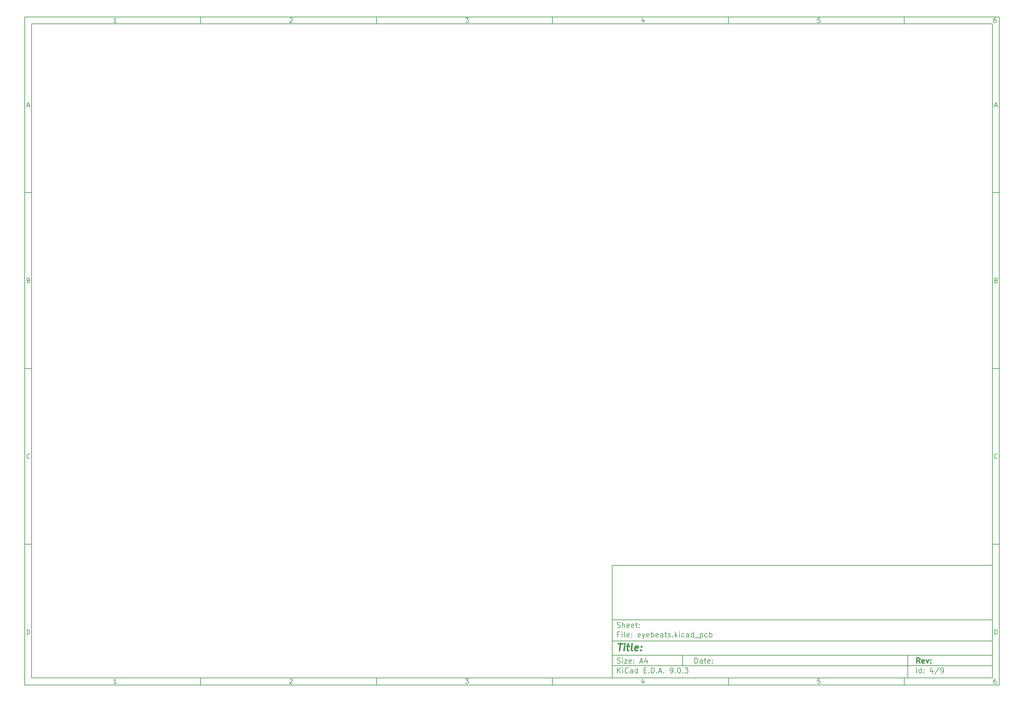
<source format=gbp>
%TF.GenerationSoftware,KiCad,Pcbnew,9.0.3*%
%TF.CreationDate,2025-08-03T00:48:55+01:00*%
%TF.ProjectId,eyebeats,65796562-6561-4747-932e-6b696361645f,rev?*%
%TF.SameCoordinates,Original*%
%TF.FileFunction,Paste,Bot*%
%TF.FilePolarity,Positive*%
%FSLAX46Y46*%
G04 Gerber Fmt 4.6, Leading zero omitted, Abs format (unit mm)*
G04 Created by KiCad (PCBNEW 9.0.3) date 2025-08-03 00:48:55*
%MOMM*%
%LPD*%
G01*
G04 APERTURE LIST*
%ADD10C,0.100000*%
%ADD11C,0.150000*%
%ADD12C,0.300000*%
%ADD13C,0.400000*%
G04 APERTURE END LIST*
D10*
D11*
X177002200Y-166007200D02*
X285002200Y-166007200D01*
X285002200Y-198007200D01*
X177002200Y-198007200D01*
X177002200Y-166007200D01*
D10*
D11*
X10000000Y-10000000D02*
X287002200Y-10000000D01*
X287002200Y-200007200D01*
X10000000Y-200007200D01*
X10000000Y-10000000D01*
D10*
D11*
X12000000Y-12000000D02*
X285002200Y-12000000D01*
X285002200Y-198007200D01*
X12000000Y-198007200D01*
X12000000Y-12000000D01*
D10*
D11*
X60000000Y-12000000D02*
X60000000Y-10000000D01*
D10*
D11*
X110000000Y-12000000D02*
X110000000Y-10000000D01*
D10*
D11*
X160000000Y-12000000D02*
X160000000Y-10000000D01*
D10*
D11*
X210000000Y-12000000D02*
X210000000Y-10000000D01*
D10*
D11*
X260000000Y-12000000D02*
X260000000Y-10000000D01*
D10*
D11*
X36089160Y-11593604D02*
X35346303Y-11593604D01*
X35717731Y-11593604D02*
X35717731Y-10293604D01*
X35717731Y-10293604D02*
X35593922Y-10479319D01*
X35593922Y-10479319D02*
X35470112Y-10603128D01*
X35470112Y-10603128D02*
X35346303Y-10665033D01*
D10*
D11*
X85346303Y-10417414D02*
X85408207Y-10355509D01*
X85408207Y-10355509D02*
X85532017Y-10293604D01*
X85532017Y-10293604D02*
X85841541Y-10293604D01*
X85841541Y-10293604D02*
X85965350Y-10355509D01*
X85965350Y-10355509D02*
X86027255Y-10417414D01*
X86027255Y-10417414D02*
X86089160Y-10541223D01*
X86089160Y-10541223D02*
X86089160Y-10665033D01*
X86089160Y-10665033D02*
X86027255Y-10850747D01*
X86027255Y-10850747D02*
X85284398Y-11593604D01*
X85284398Y-11593604D02*
X86089160Y-11593604D01*
D10*
D11*
X135284398Y-10293604D02*
X136089160Y-10293604D01*
X136089160Y-10293604D02*
X135655826Y-10788842D01*
X135655826Y-10788842D02*
X135841541Y-10788842D01*
X135841541Y-10788842D02*
X135965350Y-10850747D01*
X135965350Y-10850747D02*
X136027255Y-10912652D01*
X136027255Y-10912652D02*
X136089160Y-11036461D01*
X136089160Y-11036461D02*
X136089160Y-11345985D01*
X136089160Y-11345985D02*
X136027255Y-11469795D01*
X136027255Y-11469795D02*
X135965350Y-11531700D01*
X135965350Y-11531700D02*
X135841541Y-11593604D01*
X135841541Y-11593604D02*
X135470112Y-11593604D01*
X135470112Y-11593604D02*
X135346303Y-11531700D01*
X135346303Y-11531700D02*
X135284398Y-11469795D01*
D10*
D11*
X185965350Y-10726938D02*
X185965350Y-11593604D01*
X185655826Y-10231700D02*
X185346303Y-11160271D01*
X185346303Y-11160271D02*
X186151064Y-11160271D01*
D10*
D11*
X236027255Y-10293604D02*
X235408207Y-10293604D01*
X235408207Y-10293604D02*
X235346303Y-10912652D01*
X235346303Y-10912652D02*
X235408207Y-10850747D01*
X235408207Y-10850747D02*
X235532017Y-10788842D01*
X235532017Y-10788842D02*
X235841541Y-10788842D01*
X235841541Y-10788842D02*
X235965350Y-10850747D01*
X235965350Y-10850747D02*
X236027255Y-10912652D01*
X236027255Y-10912652D02*
X236089160Y-11036461D01*
X236089160Y-11036461D02*
X236089160Y-11345985D01*
X236089160Y-11345985D02*
X236027255Y-11469795D01*
X236027255Y-11469795D02*
X235965350Y-11531700D01*
X235965350Y-11531700D02*
X235841541Y-11593604D01*
X235841541Y-11593604D02*
X235532017Y-11593604D01*
X235532017Y-11593604D02*
X235408207Y-11531700D01*
X235408207Y-11531700D02*
X235346303Y-11469795D01*
D10*
D11*
X285965350Y-10293604D02*
X285717731Y-10293604D01*
X285717731Y-10293604D02*
X285593922Y-10355509D01*
X285593922Y-10355509D02*
X285532017Y-10417414D01*
X285532017Y-10417414D02*
X285408207Y-10603128D01*
X285408207Y-10603128D02*
X285346303Y-10850747D01*
X285346303Y-10850747D02*
X285346303Y-11345985D01*
X285346303Y-11345985D02*
X285408207Y-11469795D01*
X285408207Y-11469795D02*
X285470112Y-11531700D01*
X285470112Y-11531700D02*
X285593922Y-11593604D01*
X285593922Y-11593604D02*
X285841541Y-11593604D01*
X285841541Y-11593604D02*
X285965350Y-11531700D01*
X285965350Y-11531700D02*
X286027255Y-11469795D01*
X286027255Y-11469795D02*
X286089160Y-11345985D01*
X286089160Y-11345985D02*
X286089160Y-11036461D01*
X286089160Y-11036461D02*
X286027255Y-10912652D01*
X286027255Y-10912652D02*
X285965350Y-10850747D01*
X285965350Y-10850747D02*
X285841541Y-10788842D01*
X285841541Y-10788842D02*
X285593922Y-10788842D01*
X285593922Y-10788842D02*
X285470112Y-10850747D01*
X285470112Y-10850747D02*
X285408207Y-10912652D01*
X285408207Y-10912652D02*
X285346303Y-11036461D01*
D10*
D11*
X60000000Y-198007200D02*
X60000000Y-200007200D01*
D10*
D11*
X110000000Y-198007200D02*
X110000000Y-200007200D01*
D10*
D11*
X160000000Y-198007200D02*
X160000000Y-200007200D01*
D10*
D11*
X210000000Y-198007200D02*
X210000000Y-200007200D01*
D10*
D11*
X260000000Y-198007200D02*
X260000000Y-200007200D01*
D10*
D11*
X36089160Y-199600804D02*
X35346303Y-199600804D01*
X35717731Y-199600804D02*
X35717731Y-198300804D01*
X35717731Y-198300804D02*
X35593922Y-198486519D01*
X35593922Y-198486519D02*
X35470112Y-198610328D01*
X35470112Y-198610328D02*
X35346303Y-198672233D01*
D10*
D11*
X85346303Y-198424614D02*
X85408207Y-198362709D01*
X85408207Y-198362709D02*
X85532017Y-198300804D01*
X85532017Y-198300804D02*
X85841541Y-198300804D01*
X85841541Y-198300804D02*
X85965350Y-198362709D01*
X85965350Y-198362709D02*
X86027255Y-198424614D01*
X86027255Y-198424614D02*
X86089160Y-198548423D01*
X86089160Y-198548423D02*
X86089160Y-198672233D01*
X86089160Y-198672233D02*
X86027255Y-198857947D01*
X86027255Y-198857947D02*
X85284398Y-199600804D01*
X85284398Y-199600804D02*
X86089160Y-199600804D01*
D10*
D11*
X135284398Y-198300804D02*
X136089160Y-198300804D01*
X136089160Y-198300804D02*
X135655826Y-198796042D01*
X135655826Y-198796042D02*
X135841541Y-198796042D01*
X135841541Y-198796042D02*
X135965350Y-198857947D01*
X135965350Y-198857947D02*
X136027255Y-198919852D01*
X136027255Y-198919852D02*
X136089160Y-199043661D01*
X136089160Y-199043661D02*
X136089160Y-199353185D01*
X136089160Y-199353185D02*
X136027255Y-199476995D01*
X136027255Y-199476995D02*
X135965350Y-199538900D01*
X135965350Y-199538900D02*
X135841541Y-199600804D01*
X135841541Y-199600804D02*
X135470112Y-199600804D01*
X135470112Y-199600804D02*
X135346303Y-199538900D01*
X135346303Y-199538900D02*
X135284398Y-199476995D01*
D10*
D11*
X185965350Y-198734138D02*
X185965350Y-199600804D01*
X185655826Y-198238900D02*
X185346303Y-199167471D01*
X185346303Y-199167471D02*
X186151064Y-199167471D01*
D10*
D11*
X236027255Y-198300804D02*
X235408207Y-198300804D01*
X235408207Y-198300804D02*
X235346303Y-198919852D01*
X235346303Y-198919852D02*
X235408207Y-198857947D01*
X235408207Y-198857947D02*
X235532017Y-198796042D01*
X235532017Y-198796042D02*
X235841541Y-198796042D01*
X235841541Y-198796042D02*
X235965350Y-198857947D01*
X235965350Y-198857947D02*
X236027255Y-198919852D01*
X236027255Y-198919852D02*
X236089160Y-199043661D01*
X236089160Y-199043661D02*
X236089160Y-199353185D01*
X236089160Y-199353185D02*
X236027255Y-199476995D01*
X236027255Y-199476995D02*
X235965350Y-199538900D01*
X235965350Y-199538900D02*
X235841541Y-199600804D01*
X235841541Y-199600804D02*
X235532017Y-199600804D01*
X235532017Y-199600804D02*
X235408207Y-199538900D01*
X235408207Y-199538900D02*
X235346303Y-199476995D01*
D10*
D11*
X285965350Y-198300804D02*
X285717731Y-198300804D01*
X285717731Y-198300804D02*
X285593922Y-198362709D01*
X285593922Y-198362709D02*
X285532017Y-198424614D01*
X285532017Y-198424614D02*
X285408207Y-198610328D01*
X285408207Y-198610328D02*
X285346303Y-198857947D01*
X285346303Y-198857947D02*
X285346303Y-199353185D01*
X285346303Y-199353185D02*
X285408207Y-199476995D01*
X285408207Y-199476995D02*
X285470112Y-199538900D01*
X285470112Y-199538900D02*
X285593922Y-199600804D01*
X285593922Y-199600804D02*
X285841541Y-199600804D01*
X285841541Y-199600804D02*
X285965350Y-199538900D01*
X285965350Y-199538900D02*
X286027255Y-199476995D01*
X286027255Y-199476995D02*
X286089160Y-199353185D01*
X286089160Y-199353185D02*
X286089160Y-199043661D01*
X286089160Y-199043661D02*
X286027255Y-198919852D01*
X286027255Y-198919852D02*
X285965350Y-198857947D01*
X285965350Y-198857947D02*
X285841541Y-198796042D01*
X285841541Y-198796042D02*
X285593922Y-198796042D01*
X285593922Y-198796042D02*
X285470112Y-198857947D01*
X285470112Y-198857947D02*
X285408207Y-198919852D01*
X285408207Y-198919852D02*
X285346303Y-199043661D01*
D10*
D11*
X10000000Y-60000000D02*
X12000000Y-60000000D01*
D10*
D11*
X10000000Y-110000000D02*
X12000000Y-110000000D01*
D10*
D11*
X10000000Y-160000000D02*
X12000000Y-160000000D01*
D10*
D11*
X10690476Y-35222176D02*
X11309523Y-35222176D01*
X10566666Y-35593604D02*
X10999999Y-34293604D01*
X10999999Y-34293604D02*
X11433333Y-35593604D01*
D10*
D11*
X11092857Y-84912652D02*
X11278571Y-84974557D01*
X11278571Y-84974557D02*
X11340476Y-85036461D01*
X11340476Y-85036461D02*
X11402380Y-85160271D01*
X11402380Y-85160271D02*
X11402380Y-85345985D01*
X11402380Y-85345985D02*
X11340476Y-85469795D01*
X11340476Y-85469795D02*
X11278571Y-85531700D01*
X11278571Y-85531700D02*
X11154761Y-85593604D01*
X11154761Y-85593604D02*
X10659523Y-85593604D01*
X10659523Y-85593604D02*
X10659523Y-84293604D01*
X10659523Y-84293604D02*
X11092857Y-84293604D01*
X11092857Y-84293604D02*
X11216666Y-84355509D01*
X11216666Y-84355509D02*
X11278571Y-84417414D01*
X11278571Y-84417414D02*
X11340476Y-84541223D01*
X11340476Y-84541223D02*
X11340476Y-84665033D01*
X11340476Y-84665033D02*
X11278571Y-84788842D01*
X11278571Y-84788842D02*
X11216666Y-84850747D01*
X11216666Y-84850747D02*
X11092857Y-84912652D01*
X11092857Y-84912652D02*
X10659523Y-84912652D01*
D10*
D11*
X11402380Y-135469795D02*
X11340476Y-135531700D01*
X11340476Y-135531700D02*
X11154761Y-135593604D01*
X11154761Y-135593604D02*
X11030952Y-135593604D01*
X11030952Y-135593604D02*
X10845238Y-135531700D01*
X10845238Y-135531700D02*
X10721428Y-135407890D01*
X10721428Y-135407890D02*
X10659523Y-135284080D01*
X10659523Y-135284080D02*
X10597619Y-135036461D01*
X10597619Y-135036461D02*
X10597619Y-134850747D01*
X10597619Y-134850747D02*
X10659523Y-134603128D01*
X10659523Y-134603128D02*
X10721428Y-134479319D01*
X10721428Y-134479319D02*
X10845238Y-134355509D01*
X10845238Y-134355509D02*
X11030952Y-134293604D01*
X11030952Y-134293604D02*
X11154761Y-134293604D01*
X11154761Y-134293604D02*
X11340476Y-134355509D01*
X11340476Y-134355509D02*
X11402380Y-134417414D01*
D10*
D11*
X10659523Y-185593604D02*
X10659523Y-184293604D01*
X10659523Y-184293604D02*
X10969047Y-184293604D01*
X10969047Y-184293604D02*
X11154761Y-184355509D01*
X11154761Y-184355509D02*
X11278571Y-184479319D01*
X11278571Y-184479319D02*
X11340476Y-184603128D01*
X11340476Y-184603128D02*
X11402380Y-184850747D01*
X11402380Y-184850747D02*
X11402380Y-185036461D01*
X11402380Y-185036461D02*
X11340476Y-185284080D01*
X11340476Y-185284080D02*
X11278571Y-185407890D01*
X11278571Y-185407890D02*
X11154761Y-185531700D01*
X11154761Y-185531700D02*
X10969047Y-185593604D01*
X10969047Y-185593604D02*
X10659523Y-185593604D01*
D10*
D11*
X287002200Y-60000000D02*
X285002200Y-60000000D01*
D10*
D11*
X287002200Y-110000000D02*
X285002200Y-110000000D01*
D10*
D11*
X287002200Y-160000000D02*
X285002200Y-160000000D01*
D10*
D11*
X285692676Y-35222176D02*
X286311723Y-35222176D01*
X285568866Y-35593604D02*
X286002199Y-34293604D01*
X286002199Y-34293604D02*
X286435533Y-35593604D01*
D10*
D11*
X286095057Y-84912652D02*
X286280771Y-84974557D01*
X286280771Y-84974557D02*
X286342676Y-85036461D01*
X286342676Y-85036461D02*
X286404580Y-85160271D01*
X286404580Y-85160271D02*
X286404580Y-85345985D01*
X286404580Y-85345985D02*
X286342676Y-85469795D01*
X286342676Y-85469795D02*
X286280771Y-85531700D01*
X286280771Y-85531700D02*
X286156961Y-85593604D01*
X286156961Y-85593604D02*
X285661723Y-85593604D01*
X285661723Y-85593604D02*
X285661723Y-84293604D01*
X285661723Y-84293604D02*
X286095057Y-84293604D01*
X286095057Y-84293604D02*
X286218866Y-84355509D01*
X286218866Y-84355509D02*
X286280771Y-84417414D01*
X286280771Y-84417414D02*
X286342676Y-84541223D01*
X286342676Y-84541223D02*
X286342676Y-84665033D01*
X286342676Y-84665033D02*
X286280771Y-84788842D01*
X286280771Y-84788842D02*
X286218866Y-84850747D01*
X286218866Y-84850747D02*
X286095057Y-84912652D01*
X286095057Y-84912652D02*
X285661723Y-84912652D01*
D10*
D11*
X286404580Y-135469795D02*
X286342676Y-135531700D01*
X286342676Y-135531700D02*
X286156961Y-135593604D01*
X286156961Y-135593604D02*
X286033152Y-135593604D01*
X286033152Y-135593604D02*
X285847438Y-135531700D01*
X285847438Y-135531700D02*
X285723628Y-135407890D01*
X285723628Y-135407890D02*
X285661723Y-135284080D01*
X285661723Y-135284080D02*
X285599819Y-135036461D01*
X285599819Y-135036461D02*
X285599819Y-134850747D01*
X285599819Y-134850747D02*
X285661723Y-134603128D01*
X285661723Y-134603128D02*
X285723628Y-134479319D01*
X285723628Y-134479319D02*
X285847438Y-134355509D01*
X285847438Y-134355509D02*
X286033152Y-134293604D01*
X286033152Y-134293604D02*
X286156961Y-134293604D01*
X286156961Y-134293604D02*
X286342676Y-134355509D01*
X286342676Y-134355509D02*
X286404580Y-134417414D01*
D10*
D11*
X285661723Y-185593604D02*
X285661723Y-184293604D01*
X285661723Y-184293604D02*
X285971247Y-184293604D01*
X285971247Y-184293604D02*
X286156961Y-184355509D01*
X286156961Y-184355509D02*
X286280771Y-184479319D01*
X286280771Y-184479319D02*
X286342676Y-184603128D01*
X286342676Y-184603128D02*
X286404580Y-184850747D01*
X286404580Y-184850747D02*
X286404580Y-185036461D01*
X286404580Y-185036461D02*
X286342676Y-185284080D01*
X286342676Y-185284080D02*
X286280771Y-185407890D01*
X286280771Y-185407890D02*
X286156961Y-185531700D01*
X286156961Y-185531700D02*
X285971247Y-185593604D01*
X285971247Y-185593604D02*
X285661723Y-185593604D01*
D10*
D11*
X200458026Y-193793328D02*
X200458026Y-192293328D01*
X200458026Y-192293328D02*
X200815169Y-192293328D01*
X200815169Y-192293328D02*
X201029455Y-192364757D01*
X201029455Y-192364757D02*
X201172312Y-192507614D01*
X201172312Y-192507614D02*
X201243741Y-192650471D01*
X201243741Y-192650471D02*
X201315169Y-192936185D01*
X201315169Y-192936185D02*
X201315169Y-193150471D01*
X201315169Y-193150471D02*
X201243741Y-193436185D01*
X201243741Y-193436185D02*
X201172312Y-193579042D01*
X201172312Y-193579042D02*
X201029455Y-193721900D01*
X201029455Y-193721900D02*
X200815169Y-193793328D01*
X200815169Y-193793328D02*
X200458026Y-193793328D01*
X202600884Y-193793328D02*
X202600884Y-193007614D01*
X202600884Y-193007614D02*
X202529455Y-192864757D01*
X202529455Y-192864757D02*
X202386598Y-192793328D01*
X202386598Y-192793328D02*
X202100884Y-192793328D01*
X202100884Y-192793328D02*
X201958026Y-192864757D01*
X202600884Y-193721900D02*
X202458026Y-193793328D01*
X202458026Y-193793328D02*
X202100884Y-193793328D01*
X202100884Y-193793328D02*
X201958026Y-193721900D01*
X201958026Y-193721900D02*
X201886598Y-193579042D01*
X201886598Y-193579042D02*
X201886598Y-193436185D01*
X201886598Y-193436185D02*
X201958026Y-193293328D01*
X201958026Y-193293328D02*
X202100884Y-193221900D01*
X202100884Y-193221900D02*
X202458026Y-193221900D01*
X202458026Y-193221900D02*
X202600884Y-193150471D01*
X203100884Y-192793328D02*
X203672312Y-192793328D01*
X203315169Y-192293328D02*
X203315169Y-193579042D01*
X203315169Y-193579042D02*
X203386598Y-193721900D01*
X203386598Y-193721900D02*
X203529455Y-193793328D01*
X203529455Y-193793328D02*
X203672312Y-193793328D01*
X204743741Y-193721900D02*
X204600884Y-193793328D01*
X204600884Y-193793328D02*
X204315170Y-193793328D01*
X204315170Y-193793328D02*
X204172312Y-193721900D01*
X204172312Y-193721900D02*
X204100884Y-193579042D01*
X204100884Y-193579042D02*
X204100884Y-193007614D01*
X204100884Y-193007614D02*
X204172312Y-192864757D01*
X204172312Y-192864757D02*
X204315170Y-192793328D01*
X204315170Y-192793328D02*
X204600884Y-192793328D01*
X204600884Y-192793328D02*
X204743741Y-192864757D01*
X204743741Y-192864757D02*
X204815170Y-193007614D01*
X204815170Y-193007614D02*
X204815170Y-193150471D01*
X204815170Y-193150471D02*
X204100884Y-193293328D01*
X205458026Y-193650471D02*
X205529455Y-193721900D01*
X205529455Y-193721900D02*
X205458026Y-193793328D01*
X205458026Y-193793328D02*
X205386598Y-193721900D01*
X205386598Y-193721900D02*
X205458026Y-193650471D01*
X205458026Y-193650471D02*
X205458026Y-193793328D01*
X205458026Y-192864757D02*
X205529455Y-192936185D01*
X205529455Y-192936185D02*
X205458026Y-193007614D01*
X205458026Y-193007614D02*
X205386598Y-192936185D01*
X205386598Y-192936185D02*
X205458026Y-192864757D01*
X205458026Y-192864757D02*
X205458026Y-193007614D01*
D10*
D11*
X177002200Y-194507200D02*
X285002200Y-194507200D01*
D10*
D11*
X178458026Y-196593328D02*
X178458026Y-195093328D01*
X179315169Y-196593328D02*
X178672312Y-195736185D01*
X179315169Y-195093328D02*
X178458026Y-195950471D01*
X179958026Y-196593328D02*
X179958026Y-195593328D01*
X179958026Y-195093328D02*
X179886598Y-195164757D01*
X179886598Y-195164757D02*
X179958026Y-195236185D01*
X179958026Y-195236185D02*
X180029455Y-195164757D01*
X180029455Y-195164757D02*
X179958026Y-195093328D01*
X179958026Y-195093328D02*
X179958026Y-195236185D01*
X181529455Y-196450471D02*
X181458027Y-196521900D01*
X181458027Y-196521900D02*
X181243741Y-196593328D01*
X181243741Y-196593328D02*
X181100884Y-196593328D01*
X181100884Y-196593328D02*
X180886598Y-196521900D01*
X180886598Y-196521900D02*
X180743741Y-196379042D01*
X180743741Y-196379042D02*
X180672312Y-196236185D01*
X180672312Y-196236185D02*
X180600884Y-195950471D01*
X180600884Y-195950471D02*
X180600884Y-195736185D01*
X180600884Y-195736185D02*
X180672312Y-195450471D01*
X180672312Y-195450471D02*
X180743741Y-195307614D01*
X180743741Y-195307614D02*
X180886598Y-195164757D01*
X180886598Y-195164757D02*
X181100884Y-195093328D01*
X181100884Y-195093328D02*
X181243741Y-195093328D01*
X181243741Y-195093328D02*
X181458027Y-195164757D01*
X181458027Y-195164757D02*
X181529455Y-195236185D01*
X182815170Y-196593328D02*
X182815170Y-195807614D01*
X182815170Y-195807614D02*
X182743741Y-195664757D01*
X182743741Y-195664757D02*
X182600884Y-195593328D01*
X182600884Y-195593328D02*
X182315170Y-195593328D01*
X182315170Y-195593328D02*
X182172312Y-195664757D01*
X182815170Y-196521900D02*
X182672312Y-196593328D01*
X182672312Y-196593328D02*
X182315170Y-196593328D01*
X182315170Y-196593328D02*
X182172312Y-196521900D01*
X182172312Y-196521900D02*
X182100884Y-196379042D01*
X182100884Y-196379042D02*
X182100884Y-196236185D01*
X182100884Y-196236185D02*
X182172312Y-196093328D01*
X182172312Y-196093328D02*
X182315170Y-196021900D01*
X182315170Y-196021900D02*
X182672312Y-196021900D01*
X182672312Y-196021900D02*
X182815170Y-195950471D01*
X184172313Y-196593328D02*
X184172313Y-195093328D01*
X184172313Y-196521900D02*
X184029455Y-196593328D01*
X184029455Y-196593328D02*
X183743741Y-196593328D01*
X183743741Y-196593328D02*
X183600884Y-196521900D01*
X183600884Y-196521900D02*
X183529455Y-196450471D01*
X183529455Y-196450471D02*
X183458027Y-196307614D01*
X183458027Y-196307614D02*
X183458027Y-195879042D01*
X183458027Y-195879042D02*
X183529455Y-195736185D01*
X183529455Y-195736185D02*
X183600884Y-195664757D01*
X183600884Y-195664757D02*
X183743741Y-195593328D01*
X183743741Y-195593328D02*
X184029455Y-195593328D01*
X184029455Y-195593328D02*
X184172313Y-195664757D01*
X186029455Y-195807614D02*
X186529455Y-195807614D01*
X186743741Y-196593328D02*
X186029455Y-196593328D01*
X186029455Y-196593328D02*
X186029455Y-195093328D01*
X186029455Y-195093328D02*
X186743741Y-195093328D01*
X187386598Y-196450471D02*
X187458027Y-196521900D01*
X187458027Y-196521900D02*
X187386598Y-196593328D01*
X187386598Y-196593328D02*
X187315170Y-196521900D01*
X187315170Y-196521900D02*
X187386598Y-196450471D01*
X187386598Y-196450471D02*
X187386598Y-196593328D01*
X188100884Y-196593328D02*
X188100884Y-195093328D01*
X188100884Y-195093328D02*
X188458027Y-195093328D01*
X188458027Y-195093328D02*
X188672313Y-195164757D01*
X188672313Y-195164757D02*
X188815170Y-195307614D01*
X188815170Y-195307614D02*
X188886599Y-195450471D01*
X188886599Y-195450471D02*
X188958027Y-195736185D01*
X188958027Y-195736185D02*
X188958027Y-195950471D01*
X188958027Y-195950471D02*
X188886599Y-196236185D01*
X188886599Y-196236185D02*
X188815170Y-196379042D01*
X188815170Y-196379042D02*
X188672313Y-196521900D01*
X188672313Y-196521900D02*
X188458027Y-196593328D01*
X188458027Y-196593328D02*
X188100884Y-196593328D01*
X189600884Y-196450471D02*
X189672313Y-196521900D01*
X189672313Y-196521900D02*
X189600884Y-196593328D01*
X189600884Y-196593328D02*
X189529456Y-196521900D01*
X189529456Y-196521900D02*
X189600884Y-196450471D01*
X189600884Y-196450471D02*
X189600884Y-196593328D01*
X190243742Y-196164757D02*
X190958028Y-196164757D01*
X190100885Y-196593328D02*
X190600885Y-195093328D01*
X190600885Y-195093328D02*
X191100885Y-196593328D01*
X191600884Y-196450471D02*
X191672313Y-196521900D01*
X191672313Y-196521900D02*
X191600884Y-196593328D01*
X191600884Y-196593328D02*
X191529456Y-196521900D01*
X191529456Y-196521900D02*
X191600884Y-196450471D01*
X191600884Y-196450471D02*
X191600884Y-196593328D01*
X193529456Y-196593328D02*
X193815170Y-196593328D01*
X193815170Y-196593328D02*
X193958027Y-196521900D01*
X193958027Y-196521900D02*
X194029456Y-196450471D01*
X194029456Y-196450471D02*
X194172313Y-196236185D01*
X194172313Y-196236185D02*
X194243742Y-195950471D01*
X194243742Y-195950471D02*
X194243742Y-195379042D01*
X194243742Y-195379042D02*
X194172313Y-195236185D01*
X194172313Y-195236185D02*
X194100885Y-195164757D01*
X194100885Y-195164757D02*
X193958027Y-195093328D01*
X193958027Y-195093328D02*
X193672313Y-195093328D01*
X193672313Y-195093328D02*
X193529456Y-195164757D01*
X193529456Y-195164757D02*
X193458027Y-195236185D01*
X193458027Y-195236185D02*
X193386599Y-195379042D01*
X193386599Y-195379042D02*
X193386599Y-195736185D01*
X193386599Y-195736185D02*
X193458027Y-195879042D01*
X193458027Y-195879042D02*
X193529456Y-195950471D01*
X193529456Y-195950471D02*
X193672313Y-196021900D01*
X193672313Y-196021900D02*
X193958027Y-196021900D01*
X193958027Y-196021900D02*
X194100885Y-195950471D01*
X194100885Y-195950471D02*
X194172313Y-195879042D01*
X194172313Y-195879042D02*
X194243742Y-195736185D01*
X194886598Y-196450471D02*
X194958027Y-196521900D01*
X194958027Y-196521900D02*
X194886598Y-196593328D01*
X194886598Y-196593328D02*
X194815170Y-196521900D01*
X194815170Y-196521900D02*
X194886598Y-196450471D01*
X194886598Y-196450471D02*
X194886598Y-196593328D01*
X195886599Y-195093328D02*
X196029456Y-195093328D01*
X196029456Y-195093328D02*
X196172313Y-195164757D01*
X196172313Y-195164757D02*
X196243742Y-195236185D01*
X196243742Y-195236185D02*
X196315170Y-195379042D01*
X196315170Y-195379042D02*
X196386599Y-195664757D01*
X196386599Y-195664757D02*
X196386599Y-196021900D01*
X196386599Y-196021900D02*
X196315170Y-196307614D01*
X196315170Y-196307614D02*
X196243742Y-196450471D01*
X196243742Y-196450471D02*
X196172313Y-196521900D01*
X196172313Y-196521900D02*
X196029456Y-196593328D01*
X196029456Y-196593328D02*
X195886599Y-196593328D01*
X195886599Y-196593328D02*
X195743742Y-196521900D01*
X195743742Y-196521900D02*
X195672313Y-196450471D01*
X195672313Y-196450471D02*
X195600884Y-196307614D01*
X195600884Y-196307614D02*
X195529456Y-196021900D01*
X195529456Y-196021900D02*
X195529456Y-195664757D01*
X195529456Y-195664757D02*
X195600884Y-195379042D01*
X195600884Y-195379042D02*
X195672313Y-195236185D01*
X195672313Y-195236185D02*
X195743742Y-195164757D01*
X195743742Y-195164757D02*
X195886599Y-195093328D01*
X197029455Y-196450471D02*
X197100884Y-196521900D01*
X197100884Y-196521900D02*
X197029455Y-196593328D01*
X197029455Y-196593328D02*
X196958027Y-196521900D01*
X196958027Y-196521900D02*
X197029455Y-196450471D01*
X197029455Y-196450471D02*
X197029455Y-196593328D01*
X197600884Y-195093328D02*
X198529456Y-195093328D01*
X198529456Y-195093328D02*
X198029456Y-195664757D01*
X198029456Y-195664757D02*
X198243741Y-195664757D01*
X198243741Y-195664757D02*
X198386599Y-195736185D01*
X198386599Y-195736185D02*
X198458027Y-195807614D01*
X198458027Y-195807614D02*
X198529456Y-195950471D01*
X198529456Y-195950471D02*
X198529456Y-196307614D01*
X198529456Y-196307614D02*
X198458027Y-196450471D01*
X198458027Y-196450471D02*
X198386599Y-196521900D01*
X198386599Y-196521900D02*
X198243741Y-196593328D01*
X198243741Y-196593328D02*
X197815170Y-196593328D01*
X197815170Y-196593328D02*
X197672313Y-196521900D01*
X197672313Y-196521900D02*
X197600884Y-196450471D01*
D10*
D11*
X177002200Y-191507200D02*
X285002200Y-191507200D01*
D10*
D12*
X264413853Y-193785528D02*
X263913853Y-193071242D01*
X263556710Y-193785528D02*
X263556710Y-192285528D01*
X263556710Y-192285528D02*
X264128139Y-192285528D01*
X264128139Y-192285528D02*
X264270996Y-192356957D01*
X264270996Y-192356957D02*
X264342425Y-192428385D01*
X264342425Y-192428385D02*
X264413853Y-192571242D01*
X264413853Y-192571242D02*
X264413853Y-192785528D01*
X264413853Y-192785528D02*
X264342425Y-192928385D01*
X264342425Y-192928385D02*
X264270996Y-192999814D01*
X264270996Y-192999814D02*
X264128139Y-193071242D01*
X264128139Y-193071242D02*
X263556710Y-193071242D01*
X265628139Y-193714100D02*
X265485282Y-193785528D01*
X265485282Y-193785528D02*
X265199568Y-193785528D01*
X265199568Y-193785528D02*
X265056710Y-193714100D01*
X265056710Y-193714100D02*
X264985282Y-193571242D01*
X264985282Y-193571242D02*
X264985282Y-192999814D01*
X264985282Y-192999814D02*
X265056710Y-192856957D01*
X265056710Y-192856957D02*
X265199568Y-192785528D01*
X265199568Y-192785528D02*
X265485282Y-192785528D01*
X265485282Y-192785528D02*
X265628139Y-192856957D01*
X265628139Y-192856957D02*
X265699568Y-192999814D01*
X265699568Y-192999814D02*
X265699568Y-193142671D01*
X265699568Y-193142671D02*
X264985282Y-193285528D01*
X266199567Y-192785528D02*
X266556710Y-193785528D01*
X266556710Y-193785528D02*
X266913853Y-192785528D01*
X267485281Y-193642671D02*
X267556710Y-193714100D01*
X267556710Y-193714100D02*
X267485281Y-193785528D01*
X267485281Y-193785528D02*
X267413853Y-193714100D01*
X267413853Y-193714100D02*
X267485281Y-193642671D01*
X267485281Y-193642671D02*
X267485281Y-193785528D01*
X267485281Y-192856957D02*
X267556710Y-192928385D01*
X267556710Y-192928385D02*
X267485281Y-192999814D01*
X267485281Y-192999814D02*
X267413853Y-192928385D01*
X267413853Y-192928385D02*
X267485281Y-192856957D01*
X267485281Y-192856957D02*
X267485281Y-192999814D01*
D10*
D11*
X178386598Y-193721900D02*
X178600884Y-193793328D01*
X178600884Y-193793328D02*
X178958026Y-193793328D01*
X178958026Y-193793328D02*
X179100884Y-193721900D01*
X179100884Y-193721900D02*
X179172312Y-193650471D01*
X179172312Y-193650471D02*
X179243741Y-193507614D01*
X179243741Y-193507614D02*
X179243741Y-193364757D01*
X179243741Y-193364757D02*
X179172312Y-193221900D01*
X179172312Y-193221900D02*
X179100884Y-193150471D01*
X179100884Y-193150471D02*
X178958026Y-193079042D01*
X178958026Y-193079042D02*
X178672312Y-193007614D01*
X178672312Y-193007614D02*
X178529455Y-192936185D01*
X178529455Y-192936185D02*
X178458026Y-192864757D01*
X178458026Y-192864757D02*
X178386598Y-192721900D01*
X178386598Y-192721900D02*
X178386598Y-192579042D01*
X178386598Y-192579042D02*
X178458026Y-192436185D01*
X178458026Y-192436185D02*
X178529455Y-192364757D01*
X178529455Y-192364757D02*
X178672312Y-192293328D01*
X178672312Y-192293328D02*
X179029455Y-192293328D01*
X179029455Y-192293328D02*
X179243741Y-192364757D01*
X179886597Y-193793328D02*
X179886597Y-192793328D01*
X179886597Y-192293328D02*
X179815169Y-192364757D01*
X179815169Y-192364757D02*
X179886597Y-192436185D01*
X179886597Y-192436185D02*
X179958026Y-192364757D01*
X179958026Y-192364757D02*
X179886597Y-192293328D01*
X179886597Y-192293328D02*
X179886597Y-192436185D01*
X180458026Y-192793328D02*
X181243741Y-192793328D01*
X181243741Y-192793328D02*
X180458026Y-193793328D01*
X180458026Y-193793328D02*
X181243741Y-193793328D01*
X182386598Y-193721900D02*
X182243741Y-193793328D01*
X182243741Y-193793328D02*
X181958027Y-193793328D01*
X181958027Y-193793328D02*
X181815169Y-193721900D01*
X181815169Y-193721900D02*
X181743741Y-193579042D01*
X181743741Y-193579042D02*
X181743741Y-193007614D01*
X181743741Y-193007614D02*
X181815169Y-192864757D01*
X181815169Y-192864757D02*
X181958027Y-192793328D01*
X181958027Y-192793328D02*
X182243741Y-192793328D01*
X182243741Y-192793328D02*
X182386598Y-192864757D01*
X182386598Y-192864757D02*
X182458027Y-193007614D01*
X182458027Y-193007614D02*
X182458027Y-193150471D01*
X182458027Y-193150471D02*
X181743741Y-193293328D01*
X183100883Y-193650471D02*
X183172312Y-193721900D01*
X183172312Y-193721900D02*
X183100883Y-193793328D01*
X183100883Y-193793328D02*
X183029455Y-193721900D01*
X183029455Y-193721900D02*
X183100883Y-193650471D01*
X183100883Y-193650471D02*
X183100883Y-193793328D01*
X183100883Y-192864757D02*
X183172312Y-192936185D01*
X183172312Y-192936185D02*
X183100883Y-193007614D01*
X183100883Y-193007614D02*
X183029455Y-192936185D01*
X183029455Y-192936185D02*
X183100883Y-192864757D01*
X183100883Y-192864757D02*
X183100883Y-193007614D01*
X184886598Y-193364757D02*
X185600884Y-193364757D01*
X184743741Y-193793328D02*
X185243741Y-192293328D01*
X185243741Y-192293328D02*
X185743741Y-193793328D01*
X186886598Y-192793328D02*
X186886598Y-193793328D01*
X186529455Y-192221900D02*
X186172312Y-193293328D01*
X186172312Y-193293328D02*
X187100883Y-193293328D01*
D10*
D11*
X263458026Y-196593328D02*
X263458026Y-195093328D01*
X264815170Y-196593328D02*
X264815170Y-195093328D01*
X264815170Y-196521900D02*
X264672312Y-196593328D01*
X264672312Y-196593328D02*
X264386598Y-196593328D01*
X264386598Y-196593328D02*
X264243741Y-196521900D01*
X264243741Y-196521900D02*
X264172312Y-196450471D01*
X264172312Y-196450471D02*
X264100884Y-196307614D01*
X264100884Y-196307614D02*
X264100884Y-195879042D01*
X264100884Y-195879042D02*
X264172312Y-195736185D01*
X264172312Y-195736185D02*
X264243741Y-195664757D01*
X264243741Y-195664757D02*
X264386598Y-195593328D01*
X264386598Y-195593328D02*
X264672312Y-195593328D01*
X264672312Y-195593328D02*
X264815170Y-195664757D01*
X265529455Y-196450471D02*
X265600884Y-196521900D01*
X265600884Y-196521900D02*
X265529455Y-196593328D01*
X265529455Y-196593328D02*
X265458027Y-196521900D01*
X265458027Y-196521900D02*
X265529455Y-196450471D01*
X265529455Y-196450471D02*
X265529455Y-196593328D01*
X265529455Y-195664757D02*
X265600884Y-195736185D01*
X265600884Y-195736185D02*
X265529455Y-195807614D01*
X265529455Y-195807614D02*
X265458027Y-195736185D01*
X265458027Y-195736185D02*
X265529455Y-195664757D01*
X265529455Y-195664757D02*
X265529455Y-195807614D01*
X268029456Y-195593328D02*
X268029456Y-196593328D01*
X267672313Y-195021900D02*
X267315170Y-196093328D01*
X267315170Y-196093328D02*
X268243741Y-196093328D01*
X269886598Y-195021900D02*
X268600884Y-196950471D01*
X270458027Y-196593328D02*
X270743741Y-196593328D01*
X270743741Y-196593328D02*
X270886598Y-196521900D01*
X270886598Y-196521900D02*
X270958027Y-196450471D01*
X270958027Y-196450471D02*
X271100884Y-196236185D01*
X271100884Y-196236185D02*
X271172313Y-195950471D01*
X271172313Y-195950471D02*
X271172313Y-195379042D01*
X271172313Y-195379042D02*
X271100884Y-195236185D01*
X271100884Y-195236185D02*
X271029456Y-195164757D01*
X271029456Y-195164757D02*
X270886598Y-195093328D01*
X270886598Y-195093328D02*
X270600884Y-195093328D01*
X270600884Y-195093328D02*
X270458027Y-195164757D01*
X270458027Y-195164757D02*
X270386598Y-195236185D01*
X270386598Y-195236185D02*
X270315170Y-195379042D01*
X270315170Y-195379042D02*
X270315170Y-195736185D01*
X270315170Y-195736185D02*
X270386598Y-195879042D01*
X270386598Y-195879042D02*
X270458027Y-195950471D01*
X270458027Y-195950471D02*
X270600884Y-196021900D01*
X270600884Y-196021900D02*
X270886598Y-196021900D01*
X270886598Y-196021900D02*
X271029456Y-195950471D01*
X271029456Y-195950471D02*
X271100884Y-195879042D01*
X271100884Y-195879042D02*
X271172313Y-195736185D01*
D10*
D11*
X177002200Y-187507200D02*
X285002200Y-187507200D01*
D10*
D13*
X178693928Y-188211638D02*
X179836785Y-188211638D01*
X179015357Y-190211638D02*
X179265357Y-188211638D01*
X180253452Y-190211638D02*
X180420119Y-188878304D01*
X180503452Y-188211638D02*
X180396309Y-188306876D01*
X180396309Y-188306876D02*
X180479643Y-188402114D01*
X180479643Y-188402114D02*
X180586786Y-188306876D01*
X180586786Y-188306876D02*
X180503452Y-188211638D01*
X180503452Y-188211638D02*
X180479643Y-188402114D01*
X181086786Y-188878304D02*
X181848690Y-188878304D01*
X181455833Y-188211638D02*
X181241548Y-189925923D01*
X181241548Y-189925923D02*
X181312976Y-190116400D01*
X181312976Y-190116400D02*
X181491548Y-190211638D01*
X181491548Y-190211638D02*
X181682024Y-190211638D01*
X182634405Y-190211638D02*
X182455833Y-190116400D01*
X182455833Y-190116400D02*
X182384405Y-189925923D01*
X182384405Y-189925923D02*
X182598690Y-188211638D01*
X184170119Y-190116400D02*
X183967738Y-190211638D01*
X183967738Y-190211638D02*
X183586785Y-190211638D01*
X183586785Y-190211638D02*
X183408214Y-190116400D01*
X183408214Y-190116400D02*
X183336785Y-189925923D01*
X183336785Y-189925923D02*
X183432024Y-189164019D01*
X183432024Y-189164019D02*
X183551071Y-188973542D01*
X183551071Y-188973542D02*
X183753452Y-188878304D01*
X183753452Y-188878304D02*
X184134404Y-188878304D01*
X184134404Y-188878304D02*
X184312976Y-188973542D01*
X184312976Y-188973542D02*
X184384404Y-189164019D01*
X184384404Y-189164019D02*
X184360595Y-189354495D01*
X184360595Y-189354495D02*
X183384404Y-189544971D01*
X185134405Y-190021161D02*
X185217738Y-190116400D01*
X185217738Y-190116400D02*
X185110595Y-190211638D01*
X185110595Y-190211638D02*
X185027262Y-190116400D01*
X185027262Y-190116400D02*
X185134405Y-190021161D01*
X185134405Y-190021161D02*
X185110595Y-190211638D01*
X185265357Y-188973542D02*
X185348690Y-189068780D01*
X185348690Y-189068780D02*
X185241548Y-189164019D01*
X185241548Y-189164019D02*
X185158214Y-189068780D01*
X185158214Y-189068780D02*
X185265357Y-188973542D01*
X185265357Y-188973542D02*
X185241548Y-189164019D01*
D10*
D11*
X178958026Y-185607614D02*
X178458026Y-185607614D01*
X178458026Y-186393328D02*
X178458026Y-184893328D01*
X178458026Y-184893328D02*
X179172312Y-184893328D01*
X179743740Y-186393328D02*
X179743740Y-185393328D01*
X179743740Y-184893328D02*
X179672312Y-184964757D01*
X179672312Y-184964757D02*
X179743740Y-185036185D01*
X179743740Y-185036185D02*
X179815169Y-184964757D01*
X179815169Y-184964757D02*
X179743740Y-184893328D01*
X179743740Y-184893328D02*
X179743740Y-185036185D01*
X180672312Y-186393328D02*
X180529455Y-186321900D01*
X180529455Y-186321900D02*
X180458026Y-186179042D01*
X180458026Y-186179042D02*
X180458026Y-184893328D01*
X181815169Y-186321900D02*
X181672312Y-186393328D01*
X181672312Y-186393328D02*
X181386598Y-186393328D01*
X181386598Y-186393328D02*
X181243740Y-186321900D01*
X181243740Y-186321900D02*
X181172312Y-186179042D01*
X181172312Y-186179042D02*
X181172312Y-185607614D01*
X181172312Y-185607614D02*
X181243740Y-185464757D01*
X181243740Y-185464757D02*
X181386598Y-185393328D01*
X181386598Y-185393328D02*
X181672312Y-185393328D01*
X181672312Y-185393328D02*
X181815169Y-185464757D01*
X181815169Y-185464757D02*
X181886598Y-185607614D01*
X181886598Y-185607614D02*
X181886598Y-185750471D01*
X181886598Y-185750471D02*
X181172312Y-185893328D01*
X182529454Y-186250471D02*
X182600883Y-186321900D01*
X182600883Y-186321900D02*
X182529454Y-186393328D01*
X182529454Y-186393328D02*
X182458026Y-186321900D01*
X182458026Y-186321900D02*
X182529454Y-186250471D01*
X182529454Y-186250471D02*
X182529454Y-186393328D01*
X182529454Y-185464757D02*
X182600883Y-185536185D01*
X182600883Y-185536185D02*
X182529454Y-185607614D01*
X182529454Y-185607614D02*
X182458026Y-185536185D01*
X182458026Y-185536185D02*
X182529454Y-185464757D01*
X182529454Y-185464757D02*
X182529454Y-185607614D01*
X184958026Y-186321900D02*
X184815169Y-186393328D01*
X184815169Y-186393328D02*
X184529455Y-186393328D01*
X184529455Y-186393328D02*
X184386597Y-186321900D01*
X184386597Y-186321900D02*
X184315169Y-186179042D01*
X184315169Y-186179042D02*
X184315169Y-185607614D01*
X184315169Y-185607614D02*
X184386597Y-185464757D01*
X184386597Y-185464757D02*
X184529455Y-185393328D01*
X184529455Y-185393328D02*
X184815169Y-185393328D01*
X184815169Y-185393328D02*
X184958026Y-185464757D01*
X184958026Y-185464757D02*
X185029455Y-185607614D01*
X185029455Y-185607614D02*
X185029455Y-185750471D01*
X185029455Y-185750471D02*
X184315169Y-185893328D01*
X185529454Y-185393328D02*
X185886597Y-186393328D01*
X186243740Y-185393328D02*
X185886597Y-186393328D01*
X185886597Y-186393328D02*
X185743740Y-186750471D01*
X185743740Y-186750471D02*
X185672311Y-186821900D01*
X185672311Y-186821900D02*
X185529454Y-186893328D01*
X187386597Y-186321900D02*
X187243740Y-186393328D01*
X187243740Y-186393328D02*
X186958026Y-186393328D01*
X186958026Y-186393328D02*
X186815168Y-186321900D01*
X186815168Y-186321900D02*
X186743740Y-186179042D01*
X186743740Y-186179042D02*
X186743740Y-185607614D01*
X186743740Y-185607614D02*
X186815168Y-185464757D01*
X186815168Y-185464757D02*
X186958026Y-185393328D01*
X186958026Y-185393328D02*
X187243740Y-185393328D01*
X187243740Y-185393328D02*
X187386597Y-185464757D01*
X187386597Y-185464757D02*
X187458026Y-185607614D01*
X187458026Y-185607614D02*
X187458026Y-185750471D01*
X187458026Y-185750471D02*
X186743740Y-185893328D01*
X188100882Y-186393328D02*
X188100882Y-184893328D01*
X188100882Y-185464757D02*
X188243740Y-185393328D01*
X188243740Y-185393328D02*
X188529454Y-185393328D01*
X188529454Y-185393328D02*
X188672311Y-185464757D01*
X188672311Y-185464757D02*
X188743740Y-185536185D01*
X188743740Y-185536185D02*
X188815168Y-185679042D01*
X188815168Y-185679042D02*
X188815168Y-186107614D01*
X188815168Y-186107614D02*
X188743740Y-186250471D01*
X188743740Y-186250471D02*
X188672311Y-186321900D01*
X188672311Y-186321900D02*
X188529454Y-186393328D01*
X188529454Y-186393328D02*
X188243740Y-186393328D01*
X188243740Y-186393328D02*
X188100882Y-186321900D01*
X190029454Y-186321900D02*
X189886597Y-186393328D01*
X189886597Y-186393328D02*
X189600883Y-186393328D01*
X189600883Y-186393328D02*
X189458025Y-186321900D01*
X189458025Y-186321900D02*
X189386597Y-186179042D01*
X189386597Y-186179042D02*
X189386597Y-185607614D01*
X189386597Y-185607614D02*
X189458025Y-185464757D01*
X189458025Y-185464757D02*
X189600883Y-185393328D01*
X189600883Y-185393328D02*
X189886597Y-185393328D01*
X189886597Y-185393328D02*
X190029454Y-185464757D01*
X190029454Y-185464757D02*
X190100883Y-185607614D01*
X190100883Y-185607614D02*
X190100883Y-185750471D01*
X190100883Y-185750471D02*
X189386597Y-185893328D01*
X191386597Y-186393328D02*
X191386597Y-185607614D01*
X191386597Y-185607614D02*
X191315168Y-185464757D01*
X191315168Y-185464757D02*
X191172311Y-185393328D01*
X191172311Y-185393328D02*
X190886597Y-185393328D01*
X190886597Y-185393328D02*
X190743739Y-185464757D01*
X191386597Y-186321900D02*
X191243739Y-186393328D01*
X191243739Y-186393328D02*
X190886597Y-186393328D01*
X190886597Y-186393328D02*
X190743739Y-186321900D01*
X190743739Y-186321900D02*
X190672311Y-186179042D01*
X190672311Y-186179042D02*
X190672311Y-186036185D01*
X190672311Y-186036185D02*
X190743739Y-185893328D01*
X190743739Y-185893328D02*
X190886597Y-185821900D01*
X190886597Y-185821900D02*
X191243739Y-185821900D01*
X191243739Y-185821900D02*
X191386597Y-185750471D01*
X191886597Y-185393328D02*
X192458025Y-185393328D01*
X192100882Y-184893328D02*
X192100882Y-186179042D01*
X192100882Y-186179042D02*
X192172311Y-186321900D01*
X192172311Y-186321900D02*
X192315168Y-186393328D01*
X192315168Y-186393328D02*
X192458025Y-186393328D01*
X192886597Y-186321900D02*
X193029454Y-186393328D01*
X193029454Y-186393328D02*
X193315168Y-186393328D01*
X193315168Y-186393328D02*
X193458025Y-186321900D01*
X193458025Y-186321900D02*
X193529454Y-186179042D01*
X193529454Y-186179042D02*
X193529454Y-186107614D01*
X193529454Y-186107614D02*
X193458025Y-185964757D01*
X193458025Y-185964757D02*
X193315168Y-185893328D01*
X193315168Y-185893328D02*
X193100883Y-185893328D01*
X193100883Y-185893328D02*
X192958025Y-185821900D01*
X192958025Y-185821900D02*
X192886597Y-185679042D01*
X192886597Y-185679042D02*
X192886597Y-185607614D01*
X192886597Y-185607614D02*
X192958025Y-185464757D01*
X192958025Y-185464757D02*
X193100883Y-185393328D01*
X193100883Y-185393328D02*
X193315168Y-185393328D01*
X193315168Y-185393328D02*
X193458025Y-185464757D01*
X194172311Y-186250471D02*
X194243740Y-186321900D01*
X194243740Y-186321900D02*
X194172311Y-186393328D01*
X194172311Y-186393328D02*
X194100883Y-186321900D01*
X194100883Y-186321900D02*
X194172311Y-186250471D01*
X194172311Y-186250471D02*
X194172311Y-186393328D01*
X194886597Y-186393328D02*
X194886597Y-184893328D01*
X195029455Y-185821900D02*
X195458026Y-186393328D01*
X195458026Y-185393328D02*
X194886597Y-185964757D01*
X196100883Y-186393328D02*
X196100883Y-185393328D01*
X196100883Y-184893328D02*
X196029455Y-184964757D01*
X196029455Y-184964757D02*
X196100883Y-185036185D01*
X196100883Y-185036185D02*
X196172312Y-184964757D01*
X196172312Y-184964757D02*
X196100883Y-184893328D01*
X196100883Y-184893328D02*
X196100883Y-185036185D01*
X197458027Y-186321900D02*
X197315169Y-186393328D01*
X197315169Y-186393328D02*
X197029455Y-186393328D01*
X197029455Y-186393328D02*
X196886598Y-186321900D01*
X196886598Y-186321900D02*
X196815169Y-186250471D01*
X196815169Y-186250471D02*
X196743741Y-186107614D01*
X196743741Y-186107614D02*
X196743741Y-185679042D01*
X196743741Y-185679042D02*
X196815169Y-185536185D01*
X196815169Y-185536185D02*
X196886598Y-185464757D01*
X196886598Y-185464757D02*
X197029455Y-185393328D01*
X197029455Y-185393328D02*
X197315169Y-185393328D01*
X197315169Y-185393328D02*
X197458027Y-185464757D01*
X198743741Y-186393328D02*
X198743741Y-185607614D01*
X198743741Y-185607614D02*
X198672312Y-185464757D01*
X198672312Y-185464757D02*
X198529455Y-185393328D01*
X198529455Y-185393328D02*
X198243741Y-185393328D01*
X198243741Y-185393328D02*
X198100883Y-185464757D01*
X198743741Y-186321900D02*
X198600883Y-186393328D01*
X198600883Y-186393328D02*
X198243741Y-186393328D01*
X198243741Y-186393328D02*
X198100883Y-186321900D01*
X198100883Y-186321900D02*
X198029455Y-186179042D01*
X198029455Y-186179042D02*
X198029455Y-186036185D01*
X198029455Y-186036185D02*
X198100883Y-185893328D01*
X198100883Y-185893328D02*
X198243741Y-185821900D01*
X198243741Y-185821900D02*
X198600883Y-185821900D01*
X198600883Y-185821900D02*
X198743741Y-185750471D01*
X200100884Y-186393328D02*
X200100884Y-184893328D01*
X200100884Y-186321900D02*
X199958026Y-186393328D01*
X199958026Y-186393328D02*
X199672312Y-186393328D01*
X199672312Y-186393328D02*
X199529455Y-186321900D01*
X199529455Y-186321900D02*
X199458026Y-186250471D01*
X199458026Y-186250471D02*
X199386598Y-186107614D01*
X199386598Y-186107614D02*
X199386598Y-185679042D01*
X199386598Y-185679042D02*
X199458026Y-185536185D01*
X199458026Y-185536185D02*
X199529455Y-185464757D01*
X199529455Y-185464757D02*
X199672312Y-185393328D01*
X199672312Y-185393328D02*
X199958026Y-185393328D01*
X199958026Y-185393328D02*
X200100884Y-185464757D01*
X200458027Y-186536185D02*
X201600884Y-186536185D01*
X201958026Y-185393328D02*
X201958026Y-186893328D01*
X201958026Y-185464757D02*
X202100884Y-185393328D01*
X202100884Y-185393328D02*
X202386598Y-185393328D01*
X202386598Y-185393328D02*
X202529455Y-185464757D01*
X202529455Y-185464757D02*
X202600884Y-185536185D01*
X202600884Y-185536185D02*
X202672312Y-185679042D01*
X202672312Y-185679042D02*
X202672312Y-186107614D01*
X202672312Y-186107614D02*
X202600884Y-186250471D01*
X202600884Y-186250471D02*
X202529455Y-186321900D01*
X202529455Y-186321900D02*
X202386598Y-186393328D01*
X202386598Y-186393328D02*
X202100884Y-186393328D01*
X202100884Y-186393328D02*
X201958026Y-186321900D01*
X203958027Y-186321900D02*
X203815169Y-186393328D01*
X203815169Y-186393328D02*
X203529455Y-186393328D01*
X203529455Y-186393328D02*
X203386598Y-186321900D01*
X203386598Y-186321900D02*
X203315169Y-186250471D01*
X203315169Y-186250471D02*
X203243741Y-186107614D01*
X203243741Y-186107614D02*
X203243741Y-185679042D01*
X203243741Y-185679042D02*
X203315169Y-185536185D01*
X203315169Y-185536185D02*
X203386598Y-185464757D01*
X203386598Y-185464757D02*
X203529455Y-185393328D01*
X203529455Y-185393328D02*
X203815169Y-185393328D01*
X203815169Y-185393328D02*
X203958027Y-185464757D01*
X204600883Y-186393328D02*
X204600883Y-184893328D01*
X204600883Y-185464757D02*
X204743741Y-185393328D01*
X204743741Y-185393328D02*
X205029455Y-185393328D01*
X205029455Y-185393328D02*
X205172312Y-185464757D01*
X205172312Y-185464757D02*
X205243741Y-185536185D01*
X205243741Y-185536185D02*
X205315169Y-185679042D01*
X205315169Y-185679042D02*
X205315169Y-186107614D01*
X205315169Y-186107614D02*
X205243741Y-186250471D01*
X205243741Y-186250471D02*
X205172312Y-186321900D01*
X205172312Y-186321900D02*
X205029455Y-186393328D01*
X205029455Y-186393328D02*
X204743741Y-186393328D01*
X204743741Y-186393328D02*
X204600883Y-186321900D01*
D10*
D11*
X177002200Y-181507200D02*
X285002200Y-181507200D01*
D10*
D11*
X178386598Y-183621900D02*
X178600884Y-183693328D01*
X178600884Y-183693328D02*
X178958026Y-183693328D01*
X178958026Y-183693328D02*
X179100884Y-183621900D01*
X179100884Y-183621900D02*
X179172312Y-183550471D01*
X179172312Y-183550471D02*
X179243741Y-183407614D01*
X179243741Y-183407614D02*
X179243741Y-183264757D01*
X179243741Y-183264757D02*
X179172312Y-183121900D01*
X179172312Y-183121900D02*
X179100884Y-183050471D01*
X179100884Y-183050471D02*
X178958026Y-182979042D01*
X178958026Y-182979042D02*
X178672312Y-182907614D01*
X178672312Y-182907614D02*
X178529455Y-182836185D01*
X178529455Y-182836185D02*
X178458026Y-182764757D01*
X178458026Y-182764757D02*
X178386598Y-182621900D01*
X178386598Y-182621900D02*
X178386598Y-182479042D01*
X178386598Y-182479042D02*
X178458026Y-182336185D01*
X178458026Y-182336185D02*
X178529455Y-182264757D01*
X178529455Y-182264757D02*
X178672312Y-182193328D01*
X178672312Y-182193328D02*
X179029455Y-182193328D01*
X179029455Y-182193328D02*
X179243741Y-182264757D01*
X179886597Y-183693328D02*
X179886597Y-182193328D01*
X180529455Y-183693328D02*
X180529455Y-182907614D01*
X180529455Y-182907614D02*
X180458026Y-182764757D01*
X180458026Y-182764757D02*
X180315169Y-182693328D01*
X180315169Y-182693328D02*
X180100883Y-182693328D01*
X180100883Y-182693328D02*
X179958026Y-182764757D01*
X179958026Y-182764757D02*
X179886597Y-182836185D01*
X181815169Y-183621900D02*
X181672312Y-183693328D01*
X181672312Y-183693328D02*
X181386598Y-183693328D01*
X181386598Y-183693328D02*
X181243740Y-183621900D01*
X181243740Y-183621900D02*
X181172312Y-183479042D01*
X181172312Y-183479042D02*
X181172312Y-182907614D01*
X181172312Y-182907614D02*
X181243740Y-182764757D01*
X181243740Y-182764757D02*
X181386598Y-182693328D01*
X181386598Y-182693328D02*
X181672312Y-182693328D01*
X181672312Y-182693328D02*
X181815169Y-182764757D01*
X181815169Y-182764757D02*
X181886598Y-182907614D01*
X181886598Y-182907614D02*
X181886598Y-183050471D01*
X181886598Y-183050471D02*
X181172312Y-183193328D01*
X183100883Y-183621900D02*
X182958026Y-183693328D01*
X182958026Y-183693328D02*
X182672312Y-183693328D01*
X182672312Y-183693328D02*
X182529454Y-183621900D01*
X182529454Y-183621900D02*
X182458026Y-183479042D01*
X182458026Y-183479042D02*
X182458026Y-182907614D01*
X182458026Y-182907614D02*
X182529454Y-182764757D01*
X182529454Y-182764757D02*
X182672312Y-182693328D01*
X182672312Y-182693328D02*
X182958026Y-182693328D01*
X182958026Y-182693328D02*
X183100883Y-182764757D01*
X183100883Y-182764757D02*
X183172312Y-182907614D01*
X183172312Y-182907614D02*
X183172312Y-183050471D01*
X183172312Y-183050471D02*
X182458026Y-183193328D01*
X183600883Y-182693328D02*
X184172311Y-182693328D01*
X183815168Y-182193328D02*
X183815168Y-183479042D01*
X183815168Y-183479042D02*
X183886597Y-183621900D01*
X183886597Y-183621900D02*
X184029454Y-183693328D01*
X184029454Y-183693328D02*
X184172311Y-183693328D01*
X184672311Y-183550471D02*
X184743740Y-183621900D01*
X184743740Y-183621900D02*
X184672311Y-183693328D01*
X184672311Y-183693328D02*
X184600883Y-183621900D01*
X184600883Y-183621900D02*
X184672311Y-183550471D01*
X184672311Y-183550471D02*
X184672311Y-183693328D01*
X184672311Y-182764757D02*
X184743740Y-182836185D01*
X184743740Y-182836185D02*
X184672311Y-182907614D01*
X184672311Y-182907614D02*
X184600883Y-182836185D01*
X184600883Y-182836185D02*
X184672311Y-182764757D01*
X184672311Y-182764757D02*
X184672311Y-182907614D01*
D10*
D11*
X197002200Y-191507200D02*
X197002200Y-194507200D01*
D10*
D11*
X261002200Y-191507200D02*
X261002200Y-198007200D01*
M02*

</source>
